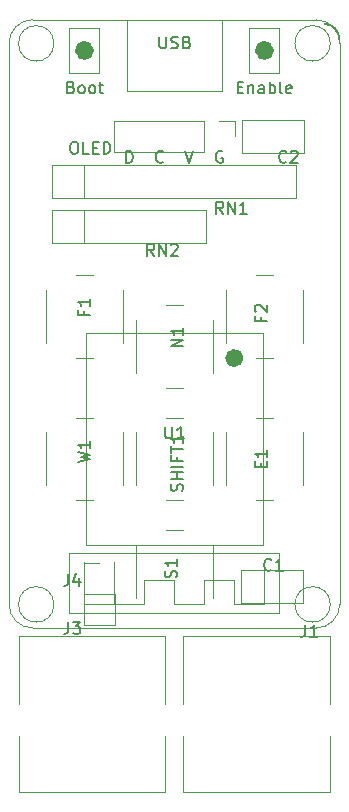
<source format=gto>
%TF.GenerationSoftware,KiCad,Pcbnew,(6.0.1)*%
%TF.CreationDate,2022-03-05T18:57:40+09:00*%
%TF.ProjectId,SHC,5348432e-6b69-4636-9164-5f7063625858,rev?*%
%TF.SameCoordinates,Original*%
%TF.FileFunction,Legend,Top*%
%TF.FilePolarity,Positive*%
%FSLAX46Y46*%
G04 Gerber Fmt 4.6, Leading zero omitted, Abs format (unit mm)*
G04 Created by KiCad (PCBNEW (6.0.1)) date 2022-03-05 18:57:40*
%MOMM*%
%LPD*%
G01*
G04 APERTURE LIST*
%ADD10C,0.150000*%
%ADD11C,0.120000*%
%ADD12C,0.800000*%
%ADD13C,1.000000*%
G04 APERTURE END LIST*
D10*
X133350000Y-51435000D02*
G75*
G03*
X132080000Y-50165000I-1269999J1D01*
G01*
X118419523Y-61825142D02*
X118371904Y-61872761D01*
X118229047Y-61920380D01*
X118133809Y-61920380D01*
X117990952Y-61872761D01*
X117895714Y-61777523D01*
X117848095Y-61682285D01*
X117800476Y-61491809D01*
X117800476Y-61348952D01*
X117848095Y-61158476D01*
X117895714Y-61063238D01*
X117990952Y-60968000D01*
X118133809Y-60920380D01*
X118229047Y-60920380D01*
X118371904Y-60968000D01*
X118419523Y-61015619D01*
X120316666Y-60920380D02*
X120650000Y-61920380D01*
X120983333Y-60920380D01*
X115308095Y-61920380D02*
X115308095Y-60920380D01*
X115546190Y-60920380D01*
X115689047Y-60968000D01*
X115784285Y-61063238D01*
X115831904Y-61158476D01*
X115879523Y-61348952D01*
X115879523Y-61491809D01*
X115831904Y-61682285D01*
X115784285Y-61777523D01*
X115689047Y-61872761D01*
X115546190Y-61920380D01*
X115308095Y-61920380D01*
X123451904Y-60968000D02*
X123356666Y-60920380D01*
X123213809Y-60920380D01*
X123070952Y-60968000D01*
X122975714Y-61063238D01*
X122928095Y-61158476D01*
X122880476Y-61348952D01*
X122880476Y-61491809D01*
X122928095Y-61682285D01*
X122975714Y-61777523D01*
X123070952Y-61872761D01*
X123213809Y-61920380D01*
X123309047Y-61920380D01*
X123451904Y-61872761D01*
X123499523Y-61825142D01*
X123499523Y-61491809D01*
X123309047Y-61491809D01*
%TO.C,J3*%
X110410666Y-100798380D02*
X110410666Y-101512666D01*
X110363047Y-101655523D01*
X110267809Y-101750761D01*
X110124952Y-101798380D01*
X110029714Y-101798380D01*
X110791619Y-100798380D02*
X111410666Y-100798380D01*
X111077333Y-101179333D01*
X111220190Y-101179333D01*
X111315428Y-101226952D01*
X111363047Y-101274571D01*
X111410666Y-101369809D01*
X111410666Y-101607904D01*
X111363047Y-101703142D01*
X111315428Y-101750761D01*
X111220190Y-101798380D01*
X110934476Y-101798380D01*
X110839238Y-101750761D01*
X110791619Y-101703142D01*
%TO.C,F1*%
X111688571Y-74501333D02*
X111688571Y-74834666D01*
X112212380Y-74834666D02*
X111212380Y-74834666D01*
X111212380Y-74358476D01*
X112212380Y-73453714D02*
X112212380Y-74025142D01*
X112212380Y-73739428D02*
X111212380Y-73739428D01*
X111355238Y-73834666D01*
X111450476Y-73929904D01*
X111498095Y-74025142D01*
%TO.C,W1*%
X111212380Y-87264761D02*
X112212380Y-87026666D01*
X111498095Y-86836190D01*
X112212380Y-86645714D01*
X111212380Y-86407619D01*
X112212380Y-85502857D02*
X112212380Y-86074285D01*
X112212380Y-85788571D02*
X111212380Y-85788571D01*
X111355238Y-85883809D01*
X111450476Y-85979047D01*
X111498095Y-86074285D01*
%TO.C,C2*%
X128865333Y-61825142D02*
X128817714Y-61872761D01*
X128674857Y-61920380D01*
X128579619Y-61920380D01*
X128436761Y-61872761D01*
X128341523Y-61777523D01*
X128293904Y-61682285D01*
X128246285Y-61491809D01*
X128246285Y-61348952D01*
X128293904Y-61158476D01*
X128341523Y-61063238D01*
X128436761Y-60968000D01*
X128579619Y-60920380D01*
X128674857Y-60920380D01*
X128817714Y-60968000D01*
X128865333Y-61015619D01*
X129246285Y-61015619D02*
X129293904Y-60968000D01*
X129389142Y-60920380D01*
X129627238Y-60920380D01*
X129722476Y-60968000D01*
X129770095Y-61015619D01*
X129817714Y-61110857D01*
X129817714Y-61206095D01*
X129770095Y-61348952D01*
X129198666Y-61920380D01*
X129817714Y-61920380D01*
%TO.C,J1*%
X130476666Y-101052380D02*
X130476666Y-101766666D01*
X130429047Y-101909523D01*
X130333809Y-102004761D01*
X130190952Y-102052380D01*
X130095714Y-102052380D01*
X131476666Y-102052380D02*
X130905238Y-102052380D01*
X131190952Y-102052380D02*
X131190952Y-101052380D01*
X131095714Y-101195238D01*
X131000476Y-101290476D01*
X130905238Y-101338095D01*
%TO.C,OLED*%
X110815619Y-60158380D02*
X111006095Y-60158380D01*
X111101333Y-60206000D01*
X111196571Y-60301238D01*
X111244190Y-60491714D01*
X111244190Y-60825047D01*
X111196571Y-61015523D01*
X111101333Y-61110761D01*
X111006095Y-61158380D01*
X110815619Y-61158380D01*
X110720380Y-61110761D01*
X110625142Y-61015523D01*
X110577523Y-60825047D01*
X110577523Y-60491714D01*
X110625142Y-60301238D01*
X110720380Y-60206000D01*
X110815619Y-60158380D01*
X112148952Y-61158380D02*
X111672761Y-61158380D01*
X111672761Y-60158380D01*
X112482285Y-60634571D02*
X112815619Y-60634571D01*
X112958476Y-61158380D02*
X112482285Y-61158380D01*
X112482285Y-60158380D01*
X112958476Y-60158380D01*
X113387047Y-61158380D02*
X113387047Y-60158380D01*
X113625142Y-60158380D01*
X113768000Y-60206000D01*
X113863238Y-60301238D01*
X113910857Y-60396476D01*
X113958476Y-60586952D01*
X113958476Y-60729809D01*
X113910857Y-60920285D01*
X113863238Y-61015523D01*
X113768000Y-61110761D01*
X113625142Y-61158380D01*
X113387047Y-61158380D01*
%TO.C,RN2*%
X117673523Y-69794380D02*
X117340190Y-69318190D01*
X117102095Y-69794380D02*
X117102095Y-68794380D01*
X117483047Y-68794380D01*
X117578285Y-68842000D01*
X117625904Y-68889619D01*
X117673523Y-68984857D01*
X117673523Y-69127714D01*
X117625904Y-69222952D01*
X117578285Y-69270571D01*
X117483047Y-69318190D01*
X117102095Y-69318190D01*
X118102095Y-69794380D02*
X118102095Y-68794380D01*
X118673523Y-69794380D01*
X118673523Y-68794380D01*
X119102095Y-68889619D02*
X119149714Y-68842000D01*
X119244952Y-68794380D01*
X119483047Y-68794380D01*
X119578285Y-68842000D01*
X119625904Y-68889619D01*
X119673523Y-68984857D01*
X119673523Y-69080095D01*
X119625904Y-69222952D01*
X119054476Y-69794380D01*
X119673523Y-69794380D01*
%TO.C,N1*%
X120086380Y-77469904D02*
X119086380Y-77469904D01*
X120086380Y-76898476D01*
X119086380Y-76898476D01*
X120086380Y-75898476D02*
X120086380Y-76469904D01*
X120086380Y-76184190D02*
X119086380Y-76184190D01*
X119229238Y-76279428D01*
X119324476Y-76374666D01*
X119372095Y-76469904D01*
%TO.C,U1*%
X118618095Y-84257380D02*
X118618095Y-85066904D01*
X118665714Y-85162142D01*
X118713333Y-85209761D01*
X118808571Y-85257380D01*
X118999047Y-85257380D01*
X119094285Y-85209761D01*
X119141904Y-85162142D01*
X119189523Y-85066904D01*
X119189523Y-84257380D01*
X120189523Y-85257380D02*
X119618095Y-85257380D01*
X119903809Y-85257380D02*
X119903809Y-84257380D01*
X119808571Y-84400238D01*
X119713333Y-84495476D01*
X119618095Y-84543095D01*
X110640952Y-55523571D02*
X110783809Y-55571190D01*
X110831428Y-55618809D01*
X110879047Y-55714047D01*
X110879047Y-55856904D01*
X110831428Y-55952142D01*
X110783809Y-55999761D01*
X110688571Y-56047380D01*
X110307619Y-56047380D01*
X110307619Y-55047380D01*
X110640952Y-55047380D01*
X110736190Y-55095000D01*
X110783809Y-55142619D01*
X110831428Y-55237857D01*
X110831428Y-55333095D01*
X110783809Y-55428333D01*
X110736190Y-55475952D01*
X110640952Y-55523571D01*
X110307619Y-55523571D01*
X111450476Y-56047380D02*
X111355238Y-55999761D01*
X111307619Y-55952142D01*
X111260000Y-55856904D01*
X111260000Y-55571190D01*
X111307619Y-55475952D01*
X111355238Y-55428333D01*
X111450476Y-55380714D01*
X111593333Y-55380714D01*
X111688571Y-55428333D01*
X111736190Y-55475952D01*
X111783809Y-55571190D01*
X111783809Y-55856904D01*
X111736190Y-55952142D01*
X111688571Y-55999761D01*
X111593333Y-56047380D01*
X111450476Y-56047380D01*
X112355238Y-56047380D02*
X112260000Y-55999761D01*
X112212380Y-55952142D01*
X112164761Y-55856904D01*
X112164761Y-55571190D01*
X112212380Y-55475952D01*
X112260000Y-55428333D01*
X112355238Y-55380714D01*
X112498095Y-55380714D01*
X112593333Y-55428333D01*
X112640952Y-55475952D01*
X112688571Y-55571190D01*
X112688571Y-55856904D01*
X112640952Y-55952142D01*
X112593333Y-55999761D01*
X112498095Y-56047380D01*
X112355238Y-56047380D01*
X112974285Y-55380714D02*
X113355238Y-55380714D01*
X113117142Y-55047380D02*
X113117142Y-55904523D01*
X113164761Y-55999761D01*
X113260000Y-56047380D01*
X113355238Y-56047380D01*
X124738095Y-55523571D02*
X125071428Y-55523571D01*
X125214285Y-56047380D02*
X124738095Y-56047380D01*
X124738095Y-55047380D01*
X125214285Y-55047380D01*
X125642857Y-55380714D02*
X125642857Y-56047380D01*
X125642857Y-55475952D02*
X125690476Y-55428333D01*
X125785714Y-55380714D01*
X125928571Y-55380714D01*
X126023809Y-55428333D01*
X126071428Y-55523571D01*
X126071428Y-56047380D01*
X126976190Y-56047380D02*
X126976190Y-55523571D01*
X126928571Y-55428333D01*
X126833333Y-55380714D01*
X126642857Y-55380714D01*
X126547619Y-55428333D01*
X126976190Y-55999761D02*
X126880952Y-56047380D01*
X126642857Y-56047380D01*
X126547619Y-55999761D01*
X126500000Y-55904523D01*
X126500000Y-55809285D01*
X126547619Y-55714047D01*
X126642857Y-55666428D01*
X126880952Y-55666428D01*
X126976190Y-55618809D01*
X127452380Y-56047380D02*
X127452380Y-55047380D01*
X127452380Y-55428333D02*
X127547619Y-55380714D01*
X127738095Y-55380714D01*
X127833333Y-55428333D01*
X127880952Y-55475952D01*
X127928571Y-55571190D01*
X127928571Y-55856904D01*
X127880952Y-55952142D01*
X127833333Y-55999761D01*
X127738095Y-56047380D01*
X127547619Y-56047380D01*
X127452380Y-55999761D01*
X128500000Y-56047380D02*
X128404761Y-55999761D01*
X128357142Y-55904523D01*
X128357142Y-55047380D01*
X129261904Y-55999761D02*
X129166666Y-56047380D01*
X128976190Y-56047380D01*
X128880952Y-55999761D01*
X128833333Y-55904523D01*
X128833333Y-55523571D01*
X128880952Y-55428333D01*
X128976190Y-55380714D01*
X129166666Y-55380714D01*
X129261904Y-55428333D01*
X129309523Y-55523571D01*
X129309523Y-55618809D01*
X128833333Y-55714047D01*
X118118095Y-51237380D02*
X118118095Y-52046904D01*
X118165714Y-52142142D01*
X118213333Y-52189761D01*
X118308571Y-52237380D01*
X118499047Y-52237380D01*
X118594285Y-52189761D01*
X118641904Y-52142142D01*
X118689523Y-52046904D01*
X118689523Y-51237380D01*
X119118095Y-52189761D02*
X119260952Y-52237380D01*
X119499047Y-52237380D01*
X119594285Y-52189761D01*
X119641904Y-52142142D01*
X119689523Y-52046904D01*
X119689523Y-51951666D01*
X119641904Y-51856428D01*
X119594285Y-51808809D01*
X119499047Y-51761190D01*
X119308571Y-51713571D01*
X119213333Y-51665952D01*
X119165714Y-51618333D01*
X119118095Y-51523095D01*
X119118095Y-51427857D01*
X119165714Y-51332619D01*
X119213333Y-51285000D01*
X119308571Y-51237380D01*
X119546666Y-51237380D01*
X119689523Y-51285000D01*
X120451428Y-51713571D02*
X120594285Y-51761190D01*
X120641904Y-51808809D01*
X120689523Y-51904047D01*
X120689523Y-52046904D01*
X120641904Y-52142142D01*
X120594285Y-52189761D01*
X120499047Y-52237380D01*
X120118095Y-52237380D01*
X120118095Y-51237380D01*
X120451428Y-51237380D01*
X120546666Y-51285000D01*
X120594285Y-51332619D01*
X120641904Y-51427857D01*
X120641904Y-51523095D01*
X120594285Y-51618333D01*
X120546666Y-51665952D01*
X120451428Y-51713571D01*
X120118095Y-51713571D01*
%TO.C,F2*%
X126674571Y-75009333D02*
X126674571Y-75342666D01*
X127198380Y-75342666D02*
X126198380Y-75342666D01*
X126198380Y-74866476D01*
X126293619Y-74533142D02*
X126246000Y-74485523D01*
X126198380Y-74390285D01*
X126198380Y-74152190D01*
X126246000Y-74056952D01*
X126293619Y-74009333D01*
X126388857Y-73961714D01*
X126484095Y-73961714D01*
X126626952Y-74009333D01*
X127198380Y-74580761D01*
X127198380Y-73961714D01*
%TO.C,E1*%
X126674571Y-87685476D02*
X126674571Y-87352142D01*
X127198380Y-87209285D02*
X127198380Y-87685476D01*
X126198380Y-87685476D01*
X126198380Y-87209285D01*
X127198380Y-86256904D02*
X127198380Y-86828333D01*
X127198380Y-86542619D02*
X126198380Y-86542619D01*
X126341238Y-86637857D01*
X126436476Y-86733095D01*
X126484095Y-86828333D01*
%TO.C,C1*%
X127595333Y-96369142D02*
X127547714Y-96416761D01*
X127404857Y-96464380D01*
X127309619Y-96464380D01*
X127166761Y-96416761D01*
X127071523Y-96321523D01*
X127023904Y-96226285D01*
X126976285Y-96035809D01*
X126976285Y-95892952D01*
X127023904Y-95702476D01*
X127071523Y-95607238D01*
X127166761Y-95512000D01*
X127309619Y-95464380D01*
X127404857Y-95464380D01*
X127547714Y-95512000D01*
X127595333Y-95559619D01*
X128547714Y-96464380D02*
X127976285Y-96464380D01*
X128262000Y-96464380D02*
X128262000Y-95464380D01*
X128166761Y-95607238D01*
X128071523Y-95702476D01*
X127976285Y-95750095D01*
%TO.C,RN1*%
X123515523Y-66238380D02*
X123182190Y-65762190D01*
X122944095Y-66238380D02*
X122944095Y-65238380D01*
X123325047Y-65238380D01*
X123420285Y-65286000D01*
X123467904Y-65333619D01*
X123515523Y-65428857D01*
X123515523Y-65571714D01*
X123467904Y-65666952D01*
X123420285Y-65714571D01*
X123325047Y-65762190D01*
X122944095Y-65762190D01*
X123944095Y-66238380D02*
X123944095Y-65238380D01*
X124515523Y-66238380D01*
X124515523Y-65238380D01*
X125515523Y-66238380D02*
X124944095Y-66238380D01*
X125229809Y-66238380D02*
X125229809Y-65238380D01*
X125134571Y-65381238D01*
X125039333Y-65476476D01*
X124944095Y-65524095D01*
%TO.C,S1*%
X119530761Y-97027904D02*
X119578380Y-96885047D01*
X119578380Y-96646952D01*
X119530761Y-96551714D01*
X119483142Y-96504095D01*
X119387904Y-96456476D01*
X119292666Y-96456476D01*
X119197428Y-96504095D01*
X119149809Y-96551714D01*
X119102190Y-96646952D01*
X119054571Y-96837428D01*
X119006952Y-96932666D01*
X118959333Y-96980285D01*
X118864095Y-97027904D01*
X118768857Y-97027904D01*
X118673619Y-96980285D01*
X118626000Y-96932666D01*
X118578380Y-96837428D01*
X118578380Y-96599333D01*
X118626000Y-96456476D01*
X119578380Y-95504095D02*
X119578380Y-96075523D01*
X119578380Y-95789809D02*
X118578380Y-95789809D01*
X118721238Y-95885047D01*
X118816476Y-95980285D01*
X118864095Y-96075523D01*
%TO.C,J4*%
X110410666Y-96734380D02*
X110410666Y-97448666D01*
X110363047Y-97591523D01*
X110267809Y-97686761D01*
X110124952Y-97734380D01*
X110029714Y-97734380D01*
X111315428Y-97067714D02*
X111315428Y-97734380D01*
X111077333Y-96686761D02*
X110839238Y-97401047D01*
X111458285Y-97401047D01*
%TO.C,SHIFT1*%
X120038761Y-89709333D02*
X120086380Y-89566476D01*
X120086380Y-89328380D01*
X120038761Y-89233142D01*
X119991142Y-89185523D01*
X119895904Y-89137904D01*
X119800666Y-89137904D01*
X119705428Y-89185523D01*
X119657809Y-89233142D01*
X119610190Y-89328380D01*
X119562571Y-89518857D01*
X119514952Y-89614095D01*
X119467333Y-89661714D01*
X119372095Y-89709333D01*
X119276857Y-89709333D01*
X119181619Y-89661714D01*
X119134000Y-89614095D01*
X119086380Y-89518857D01*
X119086380Y-89280761D01*
X119134000Y-89137904D01*
X120086380Y-88709333D02*
X119086380Y-88709333D01*
X119562571Y-88709333D02*
X119562571Y-88137904D01*
X120086380Y-88137904D02*
X119086380Y-88137904D01*
X120086380Y-87661714D02*
X119086380Y-87661714D01*
X119562571Y-86852190D02*
X119562571Y-87185523D01*
X120086380Y-87185523D02*
X119086380Y-87185523D01*
X119086380Y-86709333D01*
X119086380Y-86471238D02*
X119086380Y-85899809D01*
X120086380Y-86185523D02*
X119086380Y-86185523D01*
X120086380Y-85042666D02*
X120086380Y-85614095D01*
X120086380Y-85328380D02*
X119086380Y-85328380D01*
X119229238Y-85423619D01*
X119324476Y-85518857D01*
X119372095Y-85614095D01*
D11*
%TO.C,J3*%
X106185000Y-115195000D02*
X118605000Y-115195000D01*
X118605000Y-101975000D02*
X118605000Y-107715000D01*
X106185000Y-110465000D02*
X106185000Y-115195000D01*
X106185000Y-101975000D02*
X118605000Y-101975000D01*
X118605000Y-110465000D02*
X118605000Y-115195000D01*
X106185000Y-101975000D02*
X106185000Y-107715000D01*
%TO.C,F1*%
X108510000Y-72680000D02*
X108510000Y-77180000D01*
X111010000Y-78430000D02*
X112510000Y-78430000D01*
X112510000Y-71430000D02*
X111010000Y-71430000D01*
X115010000Y-77180000D02*
X115010000Y-72680000D01*
%TO.C,W1*%
X112510000Y-83495000D02*
X111010000Y-83495000D01*
X108510000Y-84745000D02*
X108510000Y-89245000D01*
X115010000Y-89245000D02*
X115010000Y-84745000D01*
X111010000Y-90495000D02*
X112510000Y-90495000D01*
%TO.C,C2*%
X125122000Y-61060000D02*
X125122000Y-58320000D01*
X130362000Y-58320000D02*
X125122000Y-58320000D01*
X130362000Y-61060000D02*
X130362000Y-58320000D01*
X130362000Y-61060000D02*
X125122000Y-61060000D01*
%TO.C,J1*%
X120145000Y-110465000D02*
X120145000Y-115195000D01*
X120145000Y-115195000D02*
X132565000Y-115195000D01*
X120145000Y-101975000D02*
X132565000Y-101975000D01*
X120145000Y-101975000D02*
X120145000Y-107715000D01*
X132565000Y-101975000D02*
X132565000Y-107715000D01*
X132565000Y-110465000D02*
X132565000Y-115195000D01*
%TO.C,OLED*%
X114230000Y-58360000D02*
X114230000Y-61020000D01*
X121910000Y-61020000D02*
X114230000Y-61020000D01*
X123180000Y-58360000D02*
X124510000Y-58360000D01*
X124510000Y-58360000D02*
X124510000Y-59690000D01*
X121910000Y-58360000D02*
X121910000Y-61020000D01*
X121910000Y-58360000D02*
X114230000Y-58360000D01*
%TO.C,RN2*%
X122070000Y-65910000D02*
X109030000Y-65910000D01*
X111740000Y-65910000D02*
X111740000Y-68710000D01*
X109030000Y-65910000D02*
X109030000Y-68710000D01*
X109030000Y-68710000D02*
X122070000Y-68710000D01*
X122070000Y-68710000D02*
X122070000Y-65910000D01*
%TO.C,N1*%
X118630000Y-80970000D02*
X120130000Y-80970000D01*
X122630000Y-79720000D02*
X122630000Y-75220000D01*
X120130000Y-73970000D02*
X118630000Y-73970000D01*
X116130000Y-75220000D02*
X116130000Y-79720000D01*
%TO.C,U1*%
X110490000Y-50515000D02*
X113030000Y-50515000D01*
X125730000Y-54325000D02*
X125730000Y-50515000D01*
X110490000Y-100045000D02*
X110490000Y-94965000D01*
X127000000Y-99283000D02*
X124460000Y-99283000D01*
X105380000Y-51815000D02*
X105380000Y-99315000D01*
X133380000Y-99315000D02*
X133380000Y-51815000D01*
X126880000Y-76315000D02*
X126880000Y-94315000D01*
X121920000Y-97251000D02*
X121920000Y-99283000D01*
X115380000Y-55815000D02*
X115380000Y-49815000D01*
X110490000Y-54325000D02*
X110490000Y-50515000D01*
X128270000Y-50515000D02*
X128270000Y-54325000D01*
X123380000Y-55815000D02*
X115380000Y-55815000D01*
X111760000Y-99283000D02*
X111760000Y-95727000D01*
X124460000Y-97251000D02*
X121920000Y-97251000D01*
X119380000Y-99283000D02*
X119380000Y-97251000D01*
X126880000Y-94315000D02*
X111880000Y-94315000D01*
X127000000Y-95727000D02*
X127000000Y-99283000D01*
X123380000Y-55815000D02*
X123380000Y-49815000D01*
X131380000Y-49815000D02*
X107380000Y-49815000D01*
X116840000Y-97251000D02*
X116840000Y-99283000D01*
X111880000Y-94315000D02*
X111880000Y-76315000D01*
X121920000Y-99283000D02*
X119380000Y-99283000D01*
X125730000Y-50515000D02*
X128270000Y-50515000D01*
X131380000Y-101315000D02*
X107380000Y-101315000D01*
X114300000Y-99283000D02*
X114300000Y-95727000D01*
X111880000Y-76315000D02*
X126880000Y-76315000D01*
X124460000Y-99283000D02*
X124460000Y-97251000D01*
X119380000Y-97251000D02*
X116840000Y-97251000D01*
X128270000Y-94965000D02*
X128270000Y-100045000D01*
X113030000Y-54325000D02*
X110490000Y-54325000D01*
X110490000Y-94965000D02*
X128270000Y-94965000D01*
X113030000Y-50515000D02*
X113030000Y-54325000D01*
X116840000Y-99283000D02*
X111760000Y-99283000D01*
X128270000Y-54325000D02*
X125730000Y-54325000D01*
X128270000Y-100045000D02*
X110490000Y-100045000D01*
X131380000Y-101315000D02*
G75*
G03*
X133380000Y-99315000I1J1999999D01*
G01*
X105380000Y-99315000D02*
G75*
G03*
X107380000Y-101315000I1999999J-1D01*
G01*
X107380000Y-49815000D02*
G75*
G03*
X105380000Y-51815000I-1J-1999999D01*
G01*
X133380000Y-51815000D02*
G75*
G03*
X131380000Y-49815000I-1999999J1D01*
G01*
X109180000Y-99315000D02*
G75*
G03*
X109180000Y-99315000I-1500000J0D01*
G01*
D12*
X124860000Y-78455000D02*
G75*
G03*
X124860000Y-78455000I-400000J0D01*
G01*
D11*
X132580000Y-51815000D02*
G75*
G03*
X132580000Y-51815000I-1500000J0D01*
G01*
D13*
X112060000Y-52420000D02*
G75*
G03*
X112060000Y-52420000I-300000J0D01*
G01*
D11*
X109180000Y-51815000D02*
G75*
G03*
X109180000Y-51815000I-1500000J0D01*
G01*
X132580000Y-99315000D02*
G75*
G03*
X132580000Y-99315000I-1500000J0D01*
G01*
D13*
X127300000Y-52420000D02*
G75*
G03*
X127300000Y-52420000I-300000J0D01*
G01*
D11*
%TO.C,F2*%
X123750000Y-72680000D02*
X123750000Y-77180000D01*
X126250000Y-78430000D02*
X127750000Y-78430000D01*
X127750000Y-71430000D02*
X126250000Y-71430000D01*
X130250000Y-77180000D02*
X130250000Y-72680000D01*
%TO.C,E1*%
X127750000Y-83495000D02*
X126250000Y-83495000D01*
X123750000Y-84745000D02*
X123750000Y-89245000D01*
X126250000Y-90495000D02*
X127750000Y-90495000D01*
X130250000Y-89245000D02*
X130250000Y-84745000D01*
%TO.C,C1*%
X124995000Y-96420000D02*
X124995000Y-99160000D01*
X124995000Y-99160000D02*
X130235000Y-99160000D01*
X124995000Y-96420000D02*
X130235000Y-96420000D01*
X130235000Y-96420000D02*
X130235000Y-99160000D01*
%TO.C,RN1*%
X109040000Y-62100000D02*
X109040000Y-64900000D01*
X129700000Y-62100000D02*
X109040000Y-62100000D01*
X129700000Y-64900000D02*
X129700000Y-62100000D01*
X109040000Y-64900000D02*
X129700000Y-64900000D01*
X111750000Y-62100000D02*
X111750000Y-64900000D01*
%TO.C,S1*%
X122630000Y-98770000D02*
X122630000Y-94270000D01*
X118630000Y-100020000D02*
X120130000Y-100020000D01*
X120130000Y-93020000D02*
X118630000Y-93020000D01*
X116130000Y-94270000D02*
X116130000Y-98770000D01*
%TO.C,J4*%
X111700000Y-95820000D02*
X113030000Y-95820000D01*
X114360000Y-98420000D02*
X114360000Y-101020000D01*
X111700000Y-97150000D02*
X111700000Y-95820000D01*
X111700000Y-98420000D02*
X111700000Y-101020000D01*
X111700000Y-101020000D02*
X114360000Y-101020000D01*
X111700000Y-98420000D02*
X114360000Y-98420000D01*
%TO.C,SHIFT1*%
X118630000Y-90495000D02*
X120130000Y-90495000D01*
X120130000Y-83495000D02*
X118630000Y-83495000D01*
X122630000Y-89245000D02*
X122630000Y-84745000D01*
X116130000Y-84745000D02*
X116130000Y-89245000D01*
%TD*%
M02*

</source>
